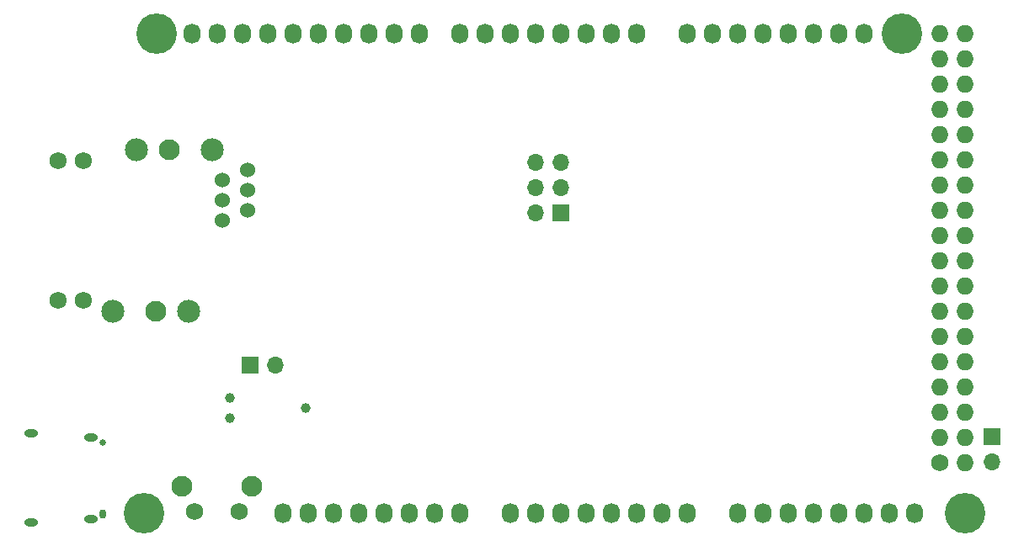
<source format=gbr>
G04 #@! TF.GenerationSoftware,KiCad,Pcbnew,5.1.7-a382d34a8~88~ubuntu20.04.1*
G04 #@! TF.CreationDate,2021-03-24T14:30:28-03:00*
G04 #@! TF.ProjectId,h730duino,68373330-6475-4696-9e6f-2e6b69636164,rev?*
G04 #@! TF.SameCoordinates,Original*
G04 #@! TF.FileFunction,Soldermask,Bot*
G04 #@! TF.FilePolarity,Negative*
%FSLAX46Y46*%
G04 Gerber Fmt 4.6, Leading zero omitted, Abs format (unit mm)*
G04 Created by KiCad (PCBNEW 5.1.7-a382d34a8~88~ubuntu20.04.1) date 2021-03-24 14:30:28*
%MOMM*%
%LPD*%
G01*
G04 APERTURE LIST*
%ADD10O,1.700000X1.700000*%
%ADD11R,1.700000X1.700000*%
%ADD12C,0.990600*%
%ADD13O,1.400000X0.800000*%
%ADD14O,0.650000X0.950000*%
%ADD15C,0.650000*%
%ADD16C,2.100000*%
%ADD17C,1.750000*%
%ADD18C,1.530000*%
%ADD19C,1.725000*%
%ADD20C,2.310000*%
%ADD21O,1.727200X1.727200*%
%ADD22C,1.727200*%
%ADD23O,1.727200X2.032000*%
%ADD24C,4.064000*%
G04 APERTURE END LIST*
D10*
X156690060Y-83820000D03*
X159230060Y-83820000D03*
X156690060Y-86360000D03*
X159230060Y-86360000D03*
X156690060Y-88900000D03*
D11*
X159230060Y-88900000D03*
D12*
X133593840Y-108569760D03*
X125973840Y-107553760D03*
X125973840Y-109585760D03*
D10*
X130589020Y-104231440D03*
D11*
X128049020Y-104231440D03*
D10*
X202577700Y-113995200D03*
D11*
X202577700Y-111455200D03*
D13*
X111974400Y-111516200D03*
X111974400Y-119776200D03*
X106024400Y-120136200D03*
X106024400Y-111156200D03*
D14*
X113224400Y-119246200D03*
D15*
X113224400Y-112046200D03*
D16*
X128148400Y-116483600D03*
D17*
X126898400Y-118973600D03*
X122398400Y-118973600D03*
D16*
X121138400Y-116483600D03*
X119916400Y-82561100D03*
X118516400Y-98871100D03*
D18*
X125246400Y-85636100D03*
X127786400Y-86652100D03*
X125246400Y-87668100D03*
X127786400Y-88684100D03*
X125246400Y-89700100D03*
D19*
X111276400Y-97741100D03*
X108736400Y-97741100D03*
X111276400Y-83691100D03*
X108736400Y-83691100D03*
D20*
X116616400Y-82561100D03*
X114198400Y-98871100D03*
D18*
X127786400Y-84620100D03*
D20*
X124236400Y-82561100D03*
X121816400Y-98871100D03*
D21*
X199898000Y-70866000D03*
X197358000Y-70866000D03*
X199898000Y-73406000D03*
X197358000Y-73406000D03*
X199898000Y-75946000D03*
X197358000Y-75946000D03*
X199898000Y-78486000D03*
X197358000Y-78486000D03*
X199898000Y-81026000D03*
X197358000Y-81026000D03*
X199898000Y-83566000D03*
X197358000Y-83566000D03*
X199898000Y-86106000D03*
X197358000Y-86106000D03*
X199898000Y-88646000D03*
X197358000Y-88646000D03*
X199898000Y-91186000D03*
X197358000Y-91186000D03*
X199898000Y-93726000D03*
X197358000Y-93726000D03*
X199898000Y-96266000D03*
X197358000Y-96266000D03*
X199898000Y-98806000D03*
X197358000Y-98806000D03*
X199898000Y-101346000D03*
X197358000Y-101346000D03*
X199898000Y-103886000D03*
X197358000Y-103886000D03*
X199898000Y-106426000D03*
X197358000Y-106426000D03*
X199898000Y-108966000D03*
X197358000Y-108966000D03*
X199898000Y-111506000D03*
X197358000Y-111506000D03*
X199898000Y-114046000D03*
D22*
X197358000Y-114046000D03*
D23*
X149098000Y-119126000D03*
X146558000Y-119126000D03*
X144018000Y-119126000D03*
X141478000Y-119126000D03*
X138938000Y-119126000D03*
X136398000Y-119126000D03*
X133858000Y-119126000D03*
X131318000Y-119126000D03*
X171958000Y-119126000D03*
X169418000Y-119126000D03*
X166878000Y-119126000D03*
X164338000Y-119126000D03*
X161798000Y-119126000D03*
X159258000Y-119126000D03*
X156718000Y-119126000D03*
X154178000Y-119126000D03*
X194818000Y-119126000D03*
X192278000Y-119126000D03*
X189738000Y-119126000D03*
X187198000Y-119126000D03*
X184658000Y-119126000D03*
X182118000Y-119126000D03*
X179578000Y-119126000D03*
X177038000Y-119126000D03*
X145034000Y-70866000D03*
X142494000Y-70866000D03*
X139954000Y-70866000D03*
X137414000Y-70866000D03*
X134874000Y-70866000D03*
X132334000Y-70866000D03*
X129794000Y-70866000D03*
X127254000Y-70866000D03*
X124714000Y-70866000D03*
X122174000Y-70866000D03*
X166878000Y-70866000D03*
X164338000Y-70866000D03*
X161798000Y-70866000D03*
X159258000Y-70866000D03*
X156718000Y-70866000D03*
X154178000Y-70866000D03*
X151638000Y-70866000D03*
X149098000Y-70866000D03*
X189738000Y-70866000D03*
X187198000Y-70866000D03*
X184658000Y-70866000D03*
X182118000Y-70866000D03*
X179578000Y-70866000D03*
X177038000Y-70866000D03*
X174498000Y-70866000D03*
X171958000Y-70866000D03*
D24*
X117348000Y-119126000D03*
X199898000Y-119126000D03*
X118618000Y-70866000D03*
X193548000Y-70866000D03*
M02*

</source>
